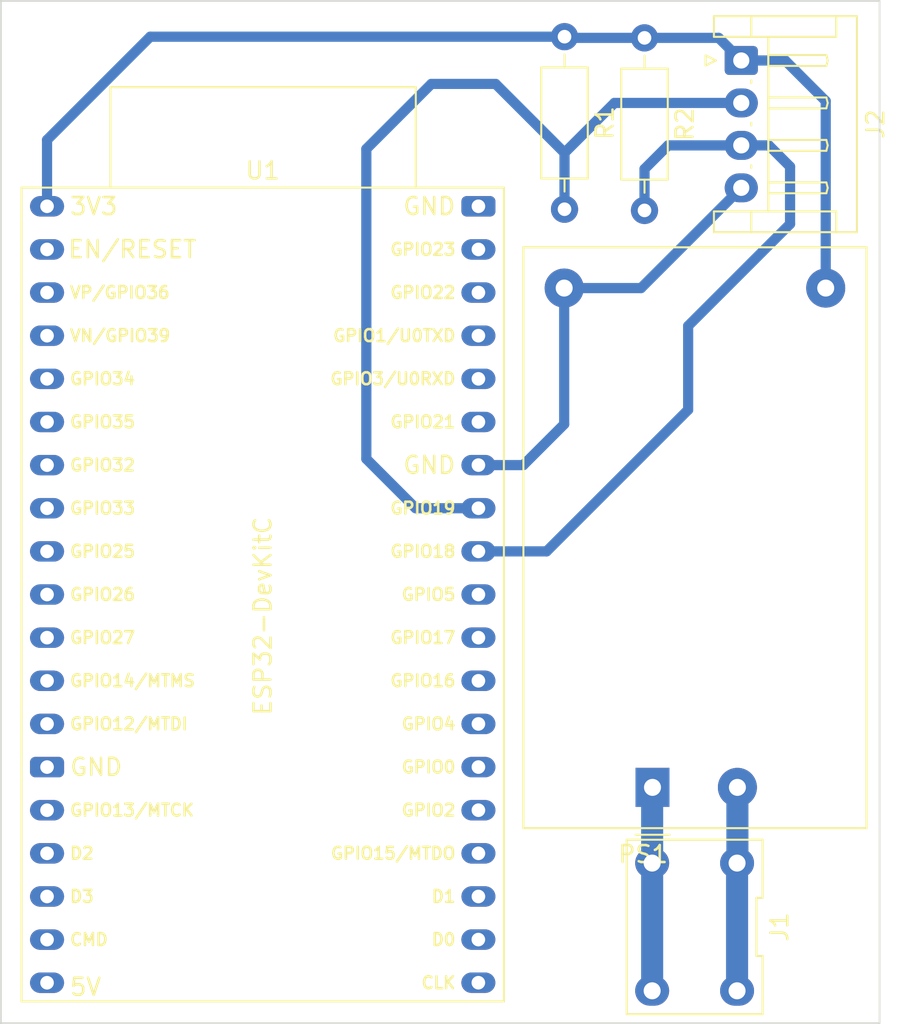
<source format=kicad_pcb>
(kicad_pcb (version 20211014) (generator pcbnew)
  (layers (0 "F.Cu" signal) (31 "B.Cu" signal) (34 "B.Paste" user) (35 "F.Paste" user) (36 "B.SilkS" user "B.Silkscreen") (37 "F.SilkS" user "F.Silkscreen") (38 "B.Mask" user) (39 "F.Mask" user) (44 "Edge.Cuts" user))
  (net 0 "")
  (net 1 "+3V3")
  (net 2 "SCL")
  (net 3 "SDA")
  (net 4 "GND")
  (net 38 "NEUT")
  (net 39 "LINE")
  (footprint "Converter_ACDC:Converter_ACDC_HiLink_HLK-PMxx" (layer "F.Cu") (at 71.8 72.8725 90)
    (fp_text reference "PS1" (at -3.94 -0.55) (layer "F.SilkS"))
    (fp_text value "HLK-PM03")
    (fp_line (start -2.4 12.6) (end 31.8 12.6) (layer "F.SilkS") (width 0.12))
    (fp_line (start 31.8 12.6) (end 31.8 -7.6) (layer "F.SilkS") (width 0.12))
    (fp_line (start -2.4 -7.6) (end -2.4 12.6) (layer "F.SilkS") (width 0.12))
    (fp_line (start 31.8 -7.6) (end -2.4 -7.6) (layer "F.SilkS") (width 0.12))
    (fp_line (start -2.79 -1) (end -2.79 1.01) (layer "F.SilkS") (width 0.12))
    (pad "1" thru_hole rect (at 0 0 90) (size 2.3 2) (drill 1) (layers *.Cu *.Mask) (net 39 "LINE"))
    (pad "2" thru_hole circle (at 0 5 90) (size 2.3 2.3) (drill 1) (layers *.Cu *.Mask) (net 38 "NEUT"))
    (pad "3" thru_hole circle (at 29.4 -5.2 90) (size 2.3 2.3) (drill 1) (layers *.Cu *.Mask) (net 4 "GND"))
    (pad "4" thru_hole circle (at 29.4 10.2 90) (size 2.3 2.3) (drill 1) (layers *.Cu *.Mask) (net 1 "+3V3"))
  )
  (footprint "Connector_Spring_Terminal_Bock:Connector_Spring_Terminal_Block_5.00mm_2P_KF142V" (layer "F.Cu") (at 74.28 81.09 180)
    (fp_text reference "J1" (at -5 0 90) (layer "F.SilkS"))
    (fp_text value "Screw_Terminal_01x02")
    (fp_line (start -3.999999 -5.135) (end -4 -1.711666) (layer "F.SilkS") (width 0.12))
    (fp_line (start -4 1.711666) (end -4 5.135) (layer "F.SilkS") (width 0.12))
    (fp_line (start -4 -1.711666) (end -3.64 -1.711666) (layer "F.SilkS") (width 0.12))
    (fp_line (start -3.64 -1.711666) (end -3.64 1.711666) (layer "F.SilkS") (width 0.12))
    (fp_line (start 3.999999 5.135) (end 4 -5.135) (layer "F.SilkS") (width 0.12))
    (fp_line (start -3.64 1.711666) (end -4 1.711666) (layer "F.SilkS") (width 0.12))
    (fp_line (start 4 -5.135) (end -3.999999 -5.135) (layer "F.SilkS") (width 0.12))
    (fp_line (start -4 5.135) (end 3.999999 5.135) (layer "F.SilkS") (width 0.12))
    (pad "1" thru_hole oval (at -2.5 3.76 180) (size 2 1.75) (drill 1) (layers *.Cu *.Mask) (net 38 "NEUT"))
    (pad "1" thru_hole oval (at -2.5 -3.76 180) (size 2 1.75) (drill 1) (layers *.Cu *.Mask) (net 38 "NEUT"))
    (pad "2" thru_hole oval (at 2.5 3.76 180) (size 2 1.75) (drill 1) (layers *.Cu *.Mask) (net 39 "LINE"))
    (pad "2" thru_hole oval (at 2.5 -3.76 180) (size 2 1.75) (drill 1) (layers *.Cu *.Mask) (net 39 "LINE"))
  )
  (footprint "Resistor_THT:R_Axial_DIN0207_L6.3mm_D2.5mm_P10.16mm_Horizontal" (layer "F.Cu") (at 66.62 28.67 -90)
    (fp_text reference "R1" (at 5.08 -2.37 90) (layer "F.SilkS"))
    (fp_text value "100k")
    (fp_line (start 9.12 0) (end 8.35 0) (layer "F.SilkS") (width 0.12))
    (fp_line (start 1.81 -1.37) (end 1.81 1.37) (layer "F.SilkS") (width 0.12))
    (fp_line (start 1.04 0) (end 1.81 0) (layer "F.SilkS") (width 0.12))
    (fp_line (start 1.81 1.37) (end 8.35 1.37) (layer "F.SilkS") (width 0.12))
    (fp_line (start 8.35 1.37) (end 8.35 -1.37) (layer "F.SilkS") (width 0.12))
    (fp_line (start 8.35 -1.37) (end 1.81 -1.37) (layer "F.SilkS") (width 0.12))
    (pad "1" thru_hole circle (at 0 0 270) (size 1.6 1.6) (drill 0.8) (layers *.Cu *.Mask) (net 1 "+3V3"))
    (pad "2" thru_hole oval (at 10.16 0 270) (size 1.6 1.6) (drill 0.8) (layers *.Cu *.Mask) (net 2 "SCL"))
  )
  (footprint "Connector_JST:JST_EH_S4B-EH_1x04_P2.50mm_Horizontal" (layer "F.Cu") (at 77.0275 30.07 -90)
    (fp_text reference "J2" (at 3.75 -7.9 90) (layer "F.SilkS"))
    (fp_text value "Conn_01x04")
    (fp_line (start -0.32 -5.01) (end 0 -5.09) (layer "F.SilkS") (width 0.12))
    (fp_line (start 2.82 -1.59) (end 2.5 -1.59) (layer "F.SilkS") (width 0.12))
    (fp_line (start 10.11 -6.81) (end 10.11 1.61) (layer "F.SilkS") (width 0.12))
    (fp_line (start 2.5 -5.09) (end 2.82 -5.01) (layer "F.SilkS") (width 0.12))
    (fp_line (start -1.39 -0.59) (end -2.61 -0.59) (layer "F.SilkS") (width 0.12))
    (fp_line (start 4.68 -5.01) (end 5 -5.09) (layer "F.SilkS") (width 0.12))
    (fp_line (start 2.82 -5.01) (end 2.82 -1.59) (layer "F.SilkS") (width 0.12))
    (fp_line (start 2.5 -1.59) (end 2.18 -1.59) (layer "F.SilkS") (width 0.12))
    (fp_line (start -0.32 -1.59) (end -0.32 -5.01) (layer "F.SilkS") (width 0.12))
    (fp_line (start 1.17 -0.59) (end 1.33 -0.59) (layer "F.SilkS") (width 0.12))
    (fp_line (start -2.61 -6.81) (end 10.11 -6.81) (layer "F.SilkS") (width 0.12))
    (fp_line (start 5.32 -1.59) (end 5 -1.59) (layer "F.SilkS") (width 0.12))
    (fp_line (start 7.5 -1.59) (end 7.18 -1.59) (layer "F.SilkS") (width 0.12))
    (fp_line (start 4.68 -1.59) (end 4.68 -5.01) (layer "F.SilkS") (width 0.12))
    (fp_line (start 3.67 -0.59) (end 3.83 -0.59) (layer "F.SilkS") (width 0.12))
    (fp_line (start 7.82 -1.59) (end 7.5 -1.59) (layer "F.SilkS") (width 0.12))
    (fp_line (start 8.89 -0.59) (end 10.11 -0.59) (layer "F.SilkS") (width 0.12))
    (fp_line (start -1.39 1.61) (end -2.61 1.61) (layer "F.SilkS") (width 0.12))
    (fp_line (start 8.89 -5.59) (end 8.89 -0.59) (layer "F.SilkS") (width 0.12))
    (fp_line (start 0 -1.59) (end -0.32 -1.59) (layer "F.SilkS") (width 0.12))
    (fp_line (start 2.18 -5.01) (end 2.5 -5.09) (layer "F.SilkS") (width 0.12))
    (fp_line (start -2.61 -5.59) (end -1.39 -5.59) (layer "F.SilkS") (width 0.12))
    (fp_line (start 7.18 -1.59) (end 7.18 -5.01) (layer "F.SilkS") (width 0.12))
    (fp_line (start -2.61 1.61) (end -2.61 -6.81) (layer "F.SilkS") (width 0.12))
    (fp_line (start -1.39 -1.59) (end 8.89 -1.59) (layer "F.SilkS") (width 0.12))
    (fp_line (start 5 -1.59) (end 4.68 -1.59) (layer "F.SilkS") (width 0.12))
    (fp_line (start 0.32 -5.01) (end 0.32 -1.59) (layer "F.SilkS") (width 0.12))
    (fp_line (start 10.11 -5.59) (end 8.89 -5.59) (layer "F.SilkS") (width 0.12))
    (fp_line (start -1.39 -5.59) (end -1.39 -0.59) (layer "F.SilkS") (width 0.12))
    (fp_line (start 0.32 -1.59) (end 0 -1.59) (layer "F.SilkS") (width 0.12))
    (fp_line (start 8.89 1.61) (end 8.89 -0.59) (layer "F.SilkS") (width 0.12))
    (fp_line (start 0 -5.09) (end 0.32 -5.01) (layer "F.SilkS") (width 0.12))
    (fp_line (start 10.11 1.61) (end 8.89 1.61) (layer "F.SilkS") (width 0.12))
    (fp_line (start 0.3 2.1) (end 0 1.5) (layer "F.SilkS") (width 0.12))
    (fp_line (start 2.18 -1.59) (end 2.18 -5.01) (layer "F.SilkS") (width 0.12))
    (fp_line (start 7.5 -5.09) (end 7.82 -5.01) (layer "F.SilkS") (width 0.12))
    (fp_line (start 5 -5.09) (end 5.32 -5.01) (layer "F.SilkS") (width 0.12))
    (fp_line (start -1.39 -0.59) (end -1.39 1.61) (layer "F.SilkS") (width 0.12))
    (fp_line (start 0 1.5) (end -0.3 2.1) (layer "F.SilkS") (width 0.12))
    (fp_line (start 7.82 -5.01) (end 7.82 -1.59) (layer "F.SilkS") (width 0.12))
    (fp_line (start 7.18 -5.01) (end 7.5 -5.09) (layer "F.SilkS") (width 0.12))
    (fp_line (start 5.32 -5.01) (end 5.32 -1.59) (layer "F.SilkS") (width 0.12))
    (fp_line (start -0.3 2.1) (end 0.3 2.1) (layer "F.SilkS") (width 0.12))
    (fp_line (start 6.17 -0.59) (end 6.33 -0.59) (layer "F.SilkS") (width 0.12))
    (pad "1" thru_hole roundrect (at 0 0 270) (size 1.7 1.95) (drill 0.95) (layers *.Cu *.Mask) (roundrect_rratio 0.147059) (net 1 "+3V3"))
    (pad "2" thru_hole oval (at 2.5 0 270) (size 1.7 1.95) (drill 0.95) (layers *.Cu *.Mask) (net 2 "SCL"))
    (pad "3" thru_hole oval (at 5 0 270) (size 1.7 1.95) (drill 0.95) (layers *.Cu *.Mask) (net 3 "SDA"))
    (pad "4" thru_hole oval (at 7.5 0 270) (size 1.7 1.95) (drill 0.95) (layers *.Cu *.Mask) (net 4 "GND"))
  )
  (footprint "Resistor_THT:R_Axial_DIN0207_L6.3mm_D2.5mm_P10.16mm_Horizontal" (layer "F.Cu") (at 71.33 28.74 -90)
    (fp_text reference "R2" (at 5.08 -2.37 90) (layer "F.SilkS"))
    (fp_text value "100k")
    (fp_line (start 8.35 1.37) (end 8.35 -1.37) (layer "F.SilkS") (width 0.12))
    (fp_line (start 1.81 -1.37) (end 1.81 1.37) (layer "F.SilkS") (width 0.12))
    (fp_line (start 9.12 0) (end 8.35 0) (layer "F.SilkS") (width 0.12))
    (fp_line (start 1.81 1.37) (end 8.35 1.37) (layer "F.SilkS") (width 0.12))
    (fp_line (start 8.35 -1.37) (end 1.81 -1.37) (layer "F.SilkS") (width 0.12))
    (fp_line (start 1.04 0) (end 1.81 0) (layer "F.SilkS") (width 0.12))
    (pad "1" thru_hole circle (at 0 0 270) (size 1.6 1.6) (drill 0.8) (layers *.Cu *.Mask) (net 1 "+3V3"))
    (pad "2" thru_hole oval (at 10.16 0 270) (size 1.6 1.6) (drill 0.8) (layers *.Cu *.Mask) (net 3 "SDA"))
  )
  (footprint "Espressif:ESP32-DevKitC" (layer "F.Cu") (at 36.14632 38.65384)
    (fp_text reference "U1" (at 12.70368 -2.09728) (layer "F.SilkS"))
    (fp_text value "ESP32-DevKitC" (at 12.70368 24.13272 90) (layer "F.SilkS"))
    (fp_text user "GPIO2" (at 24.13368 35.56272 unlocked) (layer "F.SilkS") (effects (font (size 0.7 0.7)) (justify right)))
    (fp_text user "VN/GPIO39" (at 1.27368 7.62272 unlocked) (layer "F.SilkS") (effects (font (size 0.7 0.7)) (justify left)))
    (fp_text user "GPIO22" (at 24.13368 5.08272 unlocked) (layer "F.SilkS") (effects (font (size 0.7 0.7)) (justify right)))
    (fp_text user "GND" (at 1.27368 33.02272 unlocked) (layer "F.SilkS") (effects (justify left)))
    (fp_text user "GPIO16" (at 24.13368 27.94272 unlocked) (layer "F.SilkS") (effects (font (size 0.7 0.7)) (justify right)))
    (fp_text user "GPIO33" (at 1.27368 17.78272 unlocked) (layer "F.SilkS") (effects (font (size 0.7 0.7)) (justify left)))
    (fp_text user "D3" (at 1.27368 40.64272 unlocked) (layer "F.SilkS") (effects (font (size 0.7 0.7)) (justify left)))
    (fp_text user "D2" (at 1.27368 38.10272 unlocked) (layer "F.SilkS") (effects (font (size 0.7 0.7)) (justify left)))
    (fp_text user "GPIO5" (at 24.13368 22.86272 unlocked) (layer "F.SilkS") (effects (font (size 0.7 0.7)) (justify right)))
    (fp_text user "GPIO25" (at 1.27368 20.32272 unlocked) (layer "F.SilkS") (effects (font (size 0.7 0.7)) (justify left)))
    (fp_text user "3V3" (at 1.27368 0.00272 unlocked) (layer "F.SilkS") (effects (justify left)))
    (fp_text user "GPIO27" (at 1.27368 25.40272 unlocked) (layer "F.SilkS") (effects (font (size 0.7 0.7)) (justify left)))
    (fp_text user "GND" (at 24.13368 0.00272 unlocked) (layer "F.SilkS") (effects (justify right)))
    (fp_text user "GPIO3/U0RXD" (at 24.13368 10.16272 unlocked) (layer "F.SilkS") (effects (font (size 0.7 0.7)) (justify right)))
    (fp_text user "GPIO0" (at 24.13368 33.02272 unlocked) (layer "F.SilkS") (effects (font (size 0.7 0.7)) (justify right)))
    (fp_text user "EN/RESET" (at 8.89 2.54 unlocked) (layer "F.SilkS") (effects (justify right)))
    (fp_text user "CLK" (at 24.13368 45.72272 unlocked) (layer "F.SilkS") (effects (font (size 0.7 0.7)) (justify right)))
    (fp_text user "GPIO17" (at 24.13368 25.40272 unlocked) (layer "F.SilkS") (effects (font (size 0.7 0.7)) (justify right)))
    (fp_text user "GPIO1/U0TXD" (at 24.13368 7.62272 unlocked) (layer "F.SilkS") (effects (font (size 0.7 0.7)) (justify right)))
    (fp_text user "D1" (at 24.13368 40.64272 unlocked) (layer "F.SilkS") (effects (font (size 0.7 0.7)) (justify right)))
    (fp_text user "GPIO12/MTDI" (at 1.27368 30.48272 unlocked) (layer "F.SilkS") (effects (font (size 0.7 0.7)) (justify left)))
    (fp_text user "GPIO14/MTMS" (at 1.27368 27.94272 unlocked) (layer "F.SilkS") (effects (font (size 0.7 0.7)) (justify left)))
    (fp_text user "GND" (at 24.13368 15.24272 unlocked) (layer "F.SilkS") (effects (justify right)))
    (fp_text user "GPIO18" (at 24.13368 20.32272 unlocked) (layer "F.SilkS") (effects (font (size 0.7 0.7)) (justify right)))
    (fp_text user "GPIO34" (at 1.27368 10.16272 unlocked) (layer "F.SilkS") (effects (font (size 0.7 0.7)) (justify left)))
    (fp_text user "GPIO4" (at 24.13368 30.48272 unlocked) (layer "F.SilkS") (effects (font (size 0.7 0.7)) (justify right)))
    (fp_text user "VP/GPIO36" (at 1.27368 5.08272 unlocked) (layer "F.SilkS") (effects (font (size 0.7 0.7)) (justify left)))
    (fp_text user "GPIO32" (at 1.27368 15.24272 unlocked) (layer "F.SilkS") (effects (font (size 0.7 0.7)) (justify left)))
    (fp_text user "GPIO21" (at 24.13368 12.70272 unlocked) (layer "F.SilkS") (effects (font (size 0.7 0.7)) (justify right)))
    (fp_text user "5V" (at 1.27 45.974 unlocked) (layer "F.SilkS") (effects (justify left)))
    (fp_text user "GPIO19" (at 24.13368 17.78272 unlocked) (layer "F.SilkS") (effects (font (size 0.7 0.7)) (justify right)))
    (fp_text user "GPIO13/MTCK" (at 1.27368 35.56272 unlocked) (layer "F.SilkS") (effects (font (size 0.7 0.7)) (justify left)))
    (fp_text user "GPIO35" (at 1.27368 12.70272 unlocked) (layer "F.SilkS") (effects (font (size 0.7 0.7)) (justify left)))
    (fp_text user "GPIO26" (at 1.27368 22.86272 unlocked) (layer "F.SilkS") (effects (font (size 0.7 0.7)) (justify left)))
    (fp_text user "CMD" (at 1.27368 43.18272 unlocked) (layer "F.SilkS") (effects (font (size 0.7 0.7)) (justify left)))
    (fp_text user "GPIO15/MTDO" (at 24.13368 38.10272 unlocked) (layer "F.SilkS") (effects (font (size 0.7 0.7)) (justify right)))
    (fp_text user "D0" (at 24.13368 43.18272 unlocked) (layer "F.SilkS") (effects (font (size 0.7 0.7)) (justify right)))
    (fp_text user "GPIO23" (at 24.13368 2.54272 unlocked) (layer "F.SilkS") (effects (font (size 0.7 0.7)) (justify right)))
    (fp_line (start -1.496319 -1.09728) (end -1.49632 46.82272) (layer "F.SilkS") (width 0.12))
    (fp_line (start 26.903679 46.82272) (end 26.90368 -1.09728) (layer "F.SilkS") (width 0.12))
    (fp_line (start 21.717 -7.0104) (end 21.717 -1.1176) (layer "F.SilkS") (width 0.12))
    (fp_line (start -1.49632 46.82272) (end 26.903679 46.82272) (layer "F.SilkS") (width 0.12))
    (fp_line (start 3.7338 -7.0104) (end 21.717 -7.0104) (layer "F.SilkS") (width 0.12))
    (fp_line (start 3.7338 -1.1176) (end 3.7338 -7.0104) (layer "F.SilkS") (width 0.12))
    (fp_line (start 26.90368 -1.09728) (end -1.496319 -1.09728) (layer "F.SilkS") (width 0.12))
    (pad "1" thru_hole oval locked (at 0.00368 0.00272 270) (size 1.2 2) (drill 0.8) (layers *.Cu *.Mask) (net 1 "+3V3"))
    (pad "2" thru_hole oval locked (at 0.00368 2.54272 270) (size 1.2 2) (drill 0.8) (layers *.Cu *.Mask))
    (pad "3" thru_hole oval locked (at 0.00368 5.08272 270) (size 1.2 2) (drill 0.8) (layers *.Cu *.Mask))
    (pad "4" thru_hole oval locked (at 0.00368 7.62272 270) (size 1.2 2) (drill 0.8) (layers *.Cu *.Mask))
    (pad "5" thru_hole oval locked (at 0.00368 10.16272 270) (size 1.2 2) (drill 0.8) (layers *.Cu *.Mask))
    (pad "6" thru_hole oval locked (at 0.00368 12.70272 270) (size 1.2 2) (drill 0.8) (layers *.Cu *.Mask))
    (pad "7" thru_hole oval locked (at 0.00368 15.24272 270) (size 1.2 2) (drill 0.8) (layers *.Cu *.Mask))
    (pad "8" thru_hole oval locked (at 0.00368 17.78272 270) (size 1.2 2) (drill 0.8) (layers *.Cu *.Mask))
    (pad "9" thru_hole oval locked (at 0.00368 20.32272 270) (size 1.2 2) (drill 0.8) (layers *.Cu *.Mask))
    (pad "10" thru_hole oval locked (at 0.00368 22.86272 270) (size 1.2 2) (drill 0.8) (layers *.Cu *.Mask))
    (pad "11" thru_hole oval locked (at 0.00368 25.40272 270) (size 1.2 2) (drill 0.8) (layers *.Cu *.Mask))
    (pad "12" thru_hole oval locked (at 0.00368 27.94272 270) (size 1.2 2) (drill 0.8) (layers *.Cu *.Mask))
    (pad "13" thru_hole oval locked (at 0.00368 30.48272 270) (size 1.2 2) (drill 0.8) (layers *.Cu *.Mask))
    (pad "14" thru_hole roundrect locked (at 0.00368 33.02272 270) (size 1.2 2) (drill 0.8) (layers *.Cu *.Mask))
    (pad "15" thru_hole oval locked (at 0.00368 35.56272 270) (size 1.2 2) (drill 0.8) (layers *.Cu *.Mask))
    (pad "16" thru_hole oval locked (at 0.00368 38.10272 270) (size 1.2 2) (drill 0.8) (layers *.Cu *.Mask))
    (pad "17" thru_hole oval locked (at 0.00368 40.64272 270) (size 1.2 2) (drill 0.8) (layers *.Cu *.Mask))
    (pad "18" thru_hole oval locked (at 0.00368 43.18272 270) (size 1.2 2) (drill 0.8) (layers *.Cu *.Mask))
    (pad "19" thru_hole oval locked (at 0.00368 45.72272 270) (size 1.2 2) (drill 0.8) (layers *.Cu *.Mask))
    (pad "20" thru_hole oval locked (at 25.4 45.72 270) (size 1.2 2) (drill 0.8) (layers *.Cu *.Mask))
    (pad "21" thru_hole oval locked (at 25.4 43.18 270) (size 1.2 2) (drill 0.8) (layers *.Cu *.Mask))
    (pad "22" thru_hole oval locked (at 25.40368 40.64272 270) (size 1.2 2) (drill 0.8) (layers *.Cu *.Mask))
    (pad "23" thru_hole oval locked (at 25.40368 38.10272 270) (size 1.2 2) (drill 0.8) (layers *.Cu *.Mask))
    (pad "24" thru_hole oval locked (at 25.40368 35.56272 270) (size 1.2 2) (drill 0.8) (layers *.Cu *.Mask))
    (pad "25" thru_hole oval locked (at 25.40368 33.02272 270) (size 1.2 2) (drill 0.8) (layers *.Cu *.Mask))
    (pad "26" thru_hole oval locked (at 25.40368 30.48272 270) (size 1.2 2) (drill 0.8) (layers *.Cu *.Mask))
    (pad "27" thru_hole oval locked (at 25.40368 27.94272 270) (size 1.2 2) (drill 0.8) (layers *.Cu *.Mask))
    (pad "28" thru_hole oval locked (at 25.40368 25.40272 270) (size 1.2 2) (drill 0.8) (layers *.Cu *.Mask))
    (pad "29" thru_hole oval locked (at 25.40368 22.86272 270) (size 1.2 2) (drill 0.8) (layers *.Cu *.Mask))
    (pad "30" thru_hole oval locked (at 25.40368 20.32272 270) (size 1.2 2) (drill 0.8) (layers *.Cu *.Mask) (net 3 "SDA"))
    (pad "31" thru_hole oval locked (at 25.40368 17.78272 270) (size 1.2 2) (drill 0.8) (layers *.Cu *.Mask) (net 2 "SCL"))
    (pad "32" thru_hole oval locked (at 25.40368 15.24272 270) (size 1.2 2) (drill 0.8) (layers *.Cu *.Mask) (net 4 "GND"))
    (pad "33" thru_hole oval locked (at 25.40368 12.70272 270) (size 1.2 2) (drill 0.8) (layers *.Cu *.Mask))
    (pad "34" thru_hole oval locked (at 25.40368 10.16272 270) (size 1.2 2) (drill 0.8) (layers *.Cu *.Mask))
    (pad "35" thru_hole oval locked (at 25.40368 7.62272 270) (size 1.2 2) (drill 0.8) (layers *.Cu *.Mask))
    (pad "36" thru_hole oval locked (at 25.40368 5.08272 270) (size 1.2 2) (drill 0.8) (layers *.Cu *.Mask))
    (pad "37" thru_hole oval locked (at 25.40368 2.54272 270) (size 1.2 2) (drill 0.8) (layers *.Cu *.Mask))
    (pad "38" thru_hole roundrect locked (at 25.40368 0.00272 270) (size 1.2 2) (drill 0.8) (layers *.Cu *.Mask))
  )
  (gr_rect (start 33.43 26.56) (end 85.17 86.76) (layer "Edge.Cuts") (width 0.1) (fill none))
  (segment (start 36.15 34.74812) (end 36.15 38.65656) (width 0.6) (layer "B.Cu") (net 1))
  (segment (start 82 32.46) (end 79.61 30.07) (width 0.6) (layer "B.Cu") (net 1))
  (segment (start 75.6975 28.74) (end 71.33 28.74) (width 0.6) (layer "B.Cu") (net 1))
  (segment (start 42.22812 28.67) (end 36.15 34.74812) (width 0.6) (layer "B.Cu") (net 1))
  (segment (start 79.61 30.07) (end 77.0275 30.07) (width 0.6) (layer "B.Cu") (net 1))
  (segment (start 66.69 28.74) (end 66.62 28.67) (width 0.6) (layer "B.Cu") (net 1))
  (segment (start 82 43.4725) (end 82 32.46) (width 0.6) (layer "B.Cu") (net 1))
  (segment (start 77.0275 30.07) (end 75.6975 28.74) (width 0.6) (layer "B.Cu") (net 1))
  (segment (start 66.62 28.67) (end 42.22812 28.67) (width 0.6) (layer "B.Cu") (net 1))
  (segment (start 71.33 28.74) (end 66.69 28.74) (width 0.6) (layer "B.Cu") (net 1))
  (segment (start 57.85656 56.43656) (end 61.55 56.43656) (width 0.6) (layer "B.Cu") (net 2))
  (segment (start 54.95 53.53) (end 57.85656 56.43656) (width 0.6) (layer "B.Cu") (net 2))
  (segment (start 69.56 32.57) (end 66.62 35.51) (width 0.6) (layer "B.Cu") (net 2))
  (segment (start 62.56 31.45) (end 66.62 35.51) (width 0.6) (layer "B.Cu") (net 2))
  (segment (start 54.95 35.28) (end 58.78 31.45) (width 0.6) (layer "B.Cu") (net 2))
  (segment (start 54.95 35.28) (end 54.95 53.53) (width 0.6) (layer "B.Cu") (net 2))
  (segment (start 77.0275 32.57) (end 69.56 32.57) (width 0.6) (layer "B.Cu") (net 2))
  (segment (start 58.78 31.45) (end 62.56 31.45) (width 0.6) (layer "B.Cu") (net 2))
  (segment (start 66.62 35.51) (end 66.62 38.83) (width 0.6) (layer "B.Cu") (net 2))
  (segment (start 73.9 45.7) (end 73.9 50.64) (width 0.6) (layer "B.Cu") (net 3))
  (segment (start 65.56344 58.97656) (end 61.55 58.97656) (width 0.6) (layer "B.Cu") (net 3))
  (segment (start 78.65 35.07) (end 79.9 36.32) (width 0.6) (layer "B.Cu") (net 3))
  (segment (start 79.9 39.7) (end 73.9 45.7) (width 0.6) (layer "B.Cu") (net 3))
  (segment (start 77.0275 35.07) (end 72.72 35.07) (width 0.6) (layer "B.Cu") (net 3))
  (segment (start 72.72 35.07) (end 71.33 36.46) (width 0.6) (layer "B.Cu") (net 3))
  (segment (start 79.9 36.32) (end 79.9 39.7) (width 0.6) (layer "B.Cu") (net 3))
  (segment (start 71.33 36.46) (end 71.33 38.9) (width 0.6) (layer "B.Cu") (net 3))
  (segment (start 77.0275 35.07) (end 78.65 35.07) (width 0.6) (layer "B.Cu") (net 3))
  (segment (start 73.9 50.64) (end 65.56344 58.97656) (width 0.6) (layer "B.Cu") (net 3))
  (segment (start 64.19344 53.89656) (end 61.55 53.89656) (width 0.6) (layer "B.Cu") (net 4))
  (segment (start 66.6 51.49) (end 64.19344 53.89656) (width 0.6) (layer "B.Cu") (net 4))
  (segment (start 66.6 43.4725) (end 66.6 51.49) (width 0.6) (layer "B.Cu") (net 4))
  (segment (start 71.125 43.4725) (end 66.6 43.4725) (width 0.6) (layer "B.Cu") (net 4))
  (segment (start 77.0275 37.57) (end 71.125 43.4725) (width 0.6) (layer "B.Cu") (net 4))
  (segment (start 76.8 77.31) (end 76.78 77.33) (width 1.3) (layer "B.Cu") (net 38))
  (segment (start 76.78 77.33) (end 76.78 84.85) (width 1.3) (layer "B.Cu") (net 38))
  (segment (start 76.8 72.8725) (end 76.8 77.31) (width 1.3) (layer "B.Cu") (net 38))
  (segment (start 71.78 84.85) (end 71.78 77.33) (width 1.3) (layer "B.Cu") (net 39))
  (segment (start 71.78 72.8925) (end 71.8 72.8725) (width 1.3) (layer "B.Cu") (net 39))
  (segment (start 71.78 77.33) (end 71.78 72.8925) (width 1.3) (layer "B.Cu") (net 39))
)
</source>
